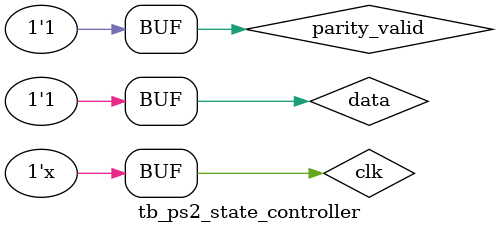
<source format=v>
`timescale 1ns / 1ps

module tb_ps2_state_controller();

reg clk;
reg data;
reg parity_valid;
wire shift_en;
wire write_en;
wire reset;
wire frame_valid;

PS2InterfaceStateController control(.clk(clk),
                           .data(data),
                           .parity_valid(parity_valid),
                           .shift_en(shift_en),
                           .write_en(write_en),
                           .reset(reset),
                           .frame_valid(frame_valid));
                           
initial begin
    clk = 1;
    data = 1;
    parity_valid = 0;
    #10
    data = 0; //start bit
    #10
    data = 1; //d0
    #10
    data = 1; //d1
    #10
    data = 0; //d2
    #10
    data = 1; //d3
    #10
    data = 0; //d4
    #10
    data = 0; //d5
    #10
    data = 0; //d6
    #10
    data = 1; //d7
    #10
    data = 0; //parity. don't care since we're generating our own parity
    #10
    parity_valid = 1;
    data = 1; //stop bit
    #50
    data = 0; //start bit
    #10 
    data = 1;
end

always begin
    #5 clk = ~clk;
end

endmodule

</source>
